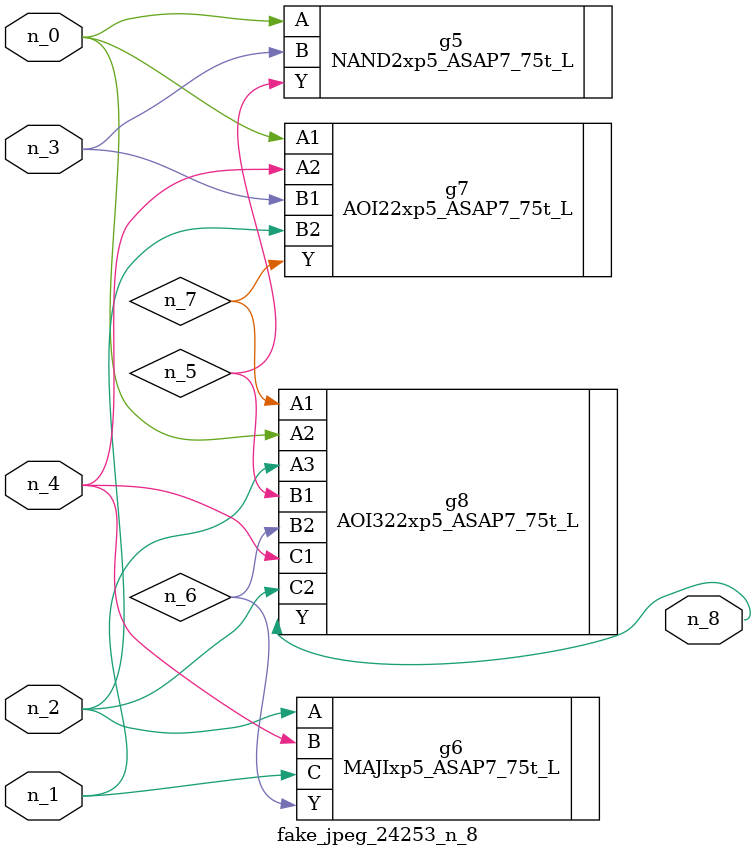
<source format=v>
module fake_jpeg_24253_n_8 (n_3, n_2, n_1, n_0, n_4, n_8);

input n_3;
input n_2;
input n_1;
input n_0;
input n_4;

output n_8;

wire n_6;
wire n_5;
wire n_7;

NAND2xp5_ASAP7_75t_L g5 ( 
.A(n_0),
.B(n_3),
.Y(n_5)
);

MAJIxp5_ASAP7_75t_L g6 ( 
.A(n_2),
.B(n_4),
.C(n_1),
.Y(n_6)
);

AOI22xp5_ASAP7_75t_L g7 ( 
.A1(n_0),
.A2(n_4),
.B1(n_3),
.B2(n_2),
.Y(n_7)
);

AOI322xp5_ASAP7_75t_L g8 ( 
.A1(n_7),
.A2(n_0),
.A3(n_1),
.B1(n_5),
.B2(n_6),
.C1(n_4),
.C2(n_2),
.Y(n_8)
);


endmodule
</source>
